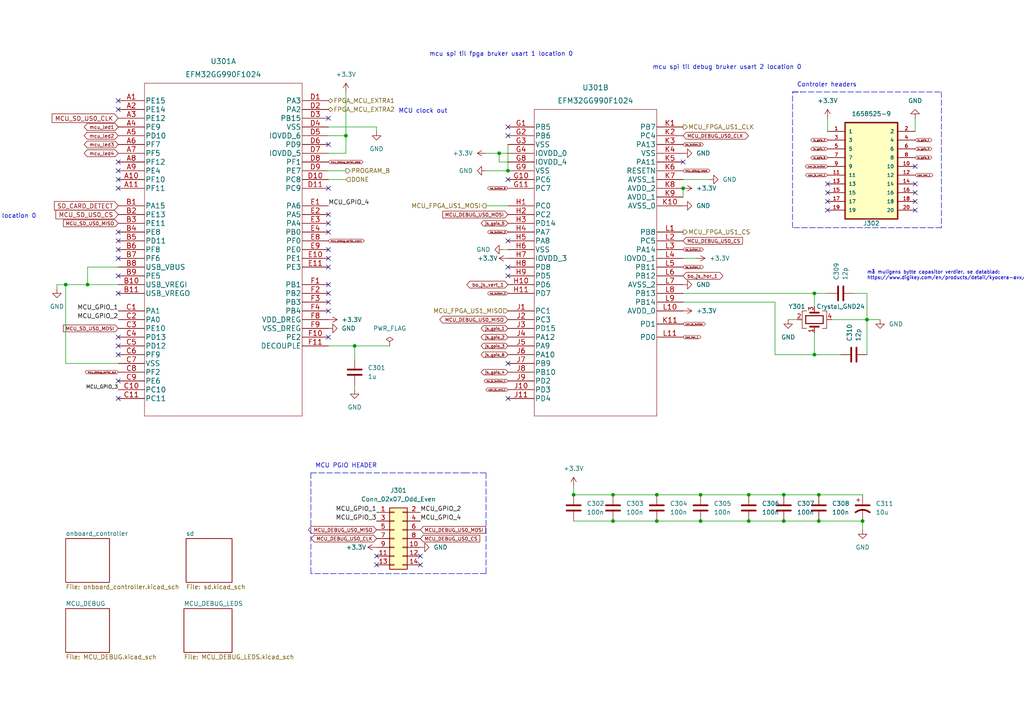
<source format=kicad_sch>
(kicad_sch (version 20211123) (generator eeschema)
  (paper "A4")
  (lib_symbols
    (symbol "1658525-9:1658525-9" (pin_names (offset 1.016))
      (property "Reference" "J" (at -7.62 13.97 0))
      (property "Value" "1658525-9" (at -7.62 -19.05 0))
      (symbol "1658525-9_0_0"
        (rectangle (start -7.62 -15.24) (end 7.62 12.7) (stroke (width 0.4064)) (fill (type background)))
        (pin passive line (at -12.7 10.16 0) (length 5.08) (name "1") (number "1"))
        (pin passive line (at 12.7 0 180) (length 5.08) (name "10") (number "10"))
        (pin passive line (at -12.7 -2.54 0) (length 5.08) (name "11") (number "11"))
        (pin passive line (at 12.7 -2.54 180) (length 5.08) (name "12") (number "12"))
        (pin passive line (at -12.7 -5.08 0) (length 5.08) (name "13") (number "13"))
        (pin passive line (at 12.7 -5.08 180) (length 5.08) (name "14") (number "14"))
        (pin passive line (at -12.7 -7.62 0) (length 5.08) (name "15") (number "15"))
        (pin passive line (at 12.7 -7.62 180) (length 5.08) (name "16") (number "16"))
        (pin passive line (at -12.7 -10.16 0) (length 5.08) (name "17") (number "17"))
        (pin passive line (at 12.7 -10.16 180) (length 5.08) (name "18") (number "18"))
        (pin passive line (at -12.7 -12.7 0) (length 5.08) (name "19") (number "19"))
        (pin passive line (at 12.7 10.16 180) (length 5.08) (name "2") (number "2"))
        (pin passive line (at 12.7 -12.7 180) (length 5.08) (name "20") (number "20"))
        (pin passive line (at -12.7 7.62 0) (length 5.08) (name "3") (number "3"))
        (pin passive line (at 12.7 7.62 180) (length 5.08) (name "4") (number "4"))
        (pin passive line (at -12.7 5.08 0) (length 5.08) (name "5") (number "5"))
        (pin passive line (at 12.7 5.08 180) (length 5.08) (name "6") (number "6"))
        (pin passive line (at -12.7 2.54 0) (length 5.08) (name "7") (number "7"))
        (pin passive line (at 12.7 2.54 180) (length 5.08) (name "8") (number "8"))
        (pin passive line (at -12.7 0 0) (length 5.08) (name "9") (number "9"))
      )
    )
    (symbol "2022-09-13_15-05-51:EFM32GG990F1024" (pin_names (offset 0.254))
      (property "Reference" "U" (at 30.48 10.16 0))
      (property "Value" "EFM32GG990F1024" (at 30.48 7.62 0))
      (symbol "EFM32GG990F1024_1_1"
        (polyline (pts (xy 7.62 -91.44) (xy 53.34 -91.44)) (stroke (width 0.127)))
        (polyline (pts (xy 7.62 5.08) (xy 7.62 -91.44)) (stroke (width 0.127)))
        (polyline (pts (xy 53.34 -91.44) (xy 53.34 5.08)) (stroke (width 0.127)))
        (polyline (pts (xy 53.34 5.08) (xy 7.62 5.08)) (stroke (width 0.127)))
        (pin bidirectional line (at 0 0 0) (length 7.62) (name "PE15") (number "A1"))
        (pin bidirectional line (at 0 -22.86 0) (length 7.62) (name "PF10") (number "A10"))
        (pin bidirectional line (at 0 -25.4 0) (length 7.62) (name "PF11") (number "A11"))
        (pin bidirectional line (at 0 -2.54 0) (length 7.62) (name "PE14") (number "A2"))
        (pin bidirectional line (at 0 -5.08 0) (length 7.62) (name "PE12") (number "A3"))
        (pin bidirectional line (at 0 -7.62 0) (length 7.62) (name "PE9") (number "A4"))
        (pin bidirectional line (at 0 -10.16 0) (length 7.62) (name "PD10") (number "A5"))
        (pin bidirectional line (at 0 -12.7 0) (length 7.62) (name "PF7") (number "A6"))
        (pin bidirectional line (at 0 -15.24 0) (length 7.62) (name "PF5") (number "A7"))
        (pin bidirectional line (at 0 -17.78 0) (length 7.62) (name "PF12") (number "A8"))
        (pin bidirectional line (at 0 -20.32 0) (length 7.62) (name "PE4") (number "A9"))
        (pin bidirectional line (at 0 -30.48 0) (length 7.62) (name "PA15") (number "B1"))
        (pin input line (at 0 -53.34 0) (length 7.62) (name "USB_VREGI") (number "B10"))
        (pin output line (at 0 -55.88 0) (length 7.62) (name "USB_VREGO") (number "B11"))
        (pin bidirectional line (at 0 -33.02 0) (length 7.62) (name "PE13") (number "B2"))
        (pin bidirectional line (at 0 -35.56 0) (length 7.62) (name "PE11") (number "B3"))
        (pin bidirectional line (at 0 -38.1 0) (length 7.62) (name "PE8") (number "B4"))
        (pin bidirectional line (at 0 -40.64 0) (length 7.62) (name "PD11") (number "B5"))
        (pin bidirectional line (at 0 -43.18 0) (length 7.62) (name "PF8") (number "B6"))
        (pin bidirectional line (at 0 -45.72 0) (length 7.62) (name "PF6") (number "B7"))
        (pin input line (at 0 -48.26 0) (length 7.62) (name "USB_VBUS") (number "B8"))
        (pin bidirectional line (at 0 -50.8 0) (length 7.62) (name "PE5") (number "B9"))
        (pin bidirectional line (at 0 -60.96 0) (length 7.62) (name "PA1") (number "C1"))
        (pin bidirectional line (at 0 -83.82 0) (length 7.62) (name "PC10") (number "C10"))
        (pin bidirectional line (at 0 -86.36 0) (length 7.62) (name "PC11") (number "C11"))
        (pin bidirectional line (at 0 -63.5 0) (length 7.62) (name "PA0") (number "C2"))
        (pin bidirectional line (at 0 -66.04 0) (length 7.62) (name "PE10") (number "C3"))
        (pin bidirectional line (at 0 -68.58 0) (length 7.62) (name "PD13") (number "C4"))
        (pin bidirectional line (at 0 -71.12 0) (length 7.62) (name "PD12") (number "C5"))
        (pin bidirectional line (at 0 -73.66 0) (length 7.62) (name "PF9") (number "C6"))
        (pin power_in line (at 0 -76.2 0) (length 7.62) (name "VSS") (number "C7"))
        (pin bidirectional line (at 0 -78.74 0) (length 7.62) (name "PF2") (number "C8"))
        (pin bidirectional line (at 0 -81.28 0) (length 7.62) (name "PE6") (number "C9"))
        (pin bidirectional line (at 60.96 0 180) (length 7.62) (name "PA3") (number "D1"))
        (pin bidirectional line (at 60.96 -22.86 180) (length 7.62) (name "PC8") (number "D10"))
        (pin bidirectional line (at 60.96 -25.4 180) (length 7.62) (name "PC9") (number "D11"))
        (pin bidirectional line (at 60.96 -2.54 180) (length 7.62) (name "PA2") (number "D2"))
        (pin bidirectional line (at 60.96 -5.08 180) (length 7.62) (name "PB15") (number "D3"))
        (pin power_in line (at 60.96 -7.62 180) (length 7.62) (name "VSS") (number "D4"))
        (pin power_in line (at 60.96 -10.16 180) (length 7.62) (name "IOVDD_6") (number "D5"))
        (pin bidirectional line (at 60.96 -12.7 180) (length 7.62) (name "PD9") (number "D6"))
        (pin power_in line (at 60.96 -15.24 180) (length 7.62) (name "IOVDD_5") (number "D7"))
        (pin bidirectional line (at 60.96 -17.78 180) (length 7.62) (name "PF1") (number "D8"))
        (pin bidirectional line (at 60.96 -20.32 180) (length 7.62) (name "PE7") (number "D9"))
        (pin bidirectional line (at 60.96 -30.48 180) (length 7.62) (name "PA6") (number "E1"))
        (pin bidirectional line (at 60.96 -45.72 180) (length 7.62) (name "PE1") (number "E10"))
        (pin bidirectional line (at 60.96 -48.26 180) (length 7.62) (name "PE3") (number "E11"))
        (pin bidirectional line (at 60.96 -33.02 180) (length 7.62) (name "PA5") (number "E2"))
        (pin bidirectional line (at 60.96 -35.56 180) (length 7.62) (name "PA4") (number "E3"))
        (pin bidirectional line (at 60.96 -38.1 180) (length 7.62) (name "PB0") (number "E4"))
        (pin bidirectional line (at 60.96 -40.64 180) (length 7.62) (name "PF0") (number "E8"))
        (pin bidirectional line (at 60.96 -43.18 180) (length 7.62) (name "PE0") (number "E9"))
        (pin bidirectional line (at 60.96 -53.34 180) (length 7.62) (name "PB1") (number "F1"))
        (pin bidirectional line (at 60.96 -68.58 180) (length 7.62) (name "PE2") (number "F10"))
        (pin output line (at 60.96 -71.12 180) (length 7.62) (name "DECOUPLE") (number "F11"))
        (pin bidirectional line (at 60.96 -55.88 180) (length 7.62) (name "PB2") (number "F2"))
        (pin bidirectional line (at 60.96 -58.42 180) (length 7.62) (name "PB3") (number "F3"))
        (pin bidirectional line (at 60.96 -60.96 180) (length 7.62) (name "PB4") (number "F4"))
        (pin power_in line (at 60.96 -63.5 180) (length 7.62) (name "VDD_DREG") (number "F8"))
        (pin power_in line (at 60.96 -66.04 180) (length 7.62) (name "VSS_DREG") (number "F9"))
      )
      (symbol "EFM32GG990F1024_2_1"
        (polyline (pts (xy 7.62 -83.82) (xy 43.18 -83.82)) (stroke (width 0.127)))
        (polyline (pts (xy 7.62 5.08) (xy 7.62 -83.82)) (stroke (width 0.127)))
        (polyline (pts (xy 43.18 -83.82) (xy 43.18 5.08)) (stroke (width 0.127)))
        (polyline (pts (xy 43.18 5.08) (xy 7.62 5.08)) (stroke (width 0.127)))
        (pin bidirectional line (at 0 0 0) (length 7.62) (name "PB5") (number "G1"))
        (pin bidirectional line (at 0 -15.24 0) (length 7.62) (name "PC6") (number "G10"))
        (pin bidirectional line (at 0 -17.78 0) (length 7.62) (name "PC7") (number "G11"))
        (pin bidirectional line (at 0 -2.54 0) (length 7.62) (name "PB6") (number "G2"))
        (pin power_in line (at 0 -5.08 0) (length 7.62) (name "VSS") (number "G3"))
        (pin power_in line (at 0 -7.62 0) (length 7.62) (name "IOVDD_0") (number "G4"))
        (pin power_in line (at 0 -10.16 0) (length 7.62) (name "IOVDD_4") (number "G8"))
        (pin power_in line (at 0 -12.7 0) (length 7.62) (name "VSS") (number "G9"))
        (pin bidirectional line (at 0 -22.86 0) (length 7.62) (name "PC0") (number "H1"))
        (pin bidirectional line (at 0 -45.72 0) (length 7.62) (name "PD6") (number "H10"))
        (pin bidirectional line (at 0 -48.26 0) (length 7.62) (name "PD7") (number "H11"))
        (pin bidirectional line (at 0 -25.4 0) (length 7.62) (name "PC2") (number "H2"))
        (pin bidirectional line (at 0 -27.94 0) (length 7.62) (name "PD14") (number "H3"))
        (pin bidirectional line (at 0 -30.48 0) (length 7.62) (name "PA7") (number "H4"))
        (pin bidirectional line (at 0 -33.02 0) (length 7.62) (name "PA8") (number "H5"))
        (pin power_in line (at 0 -35.56 0) (length 7.62) (name "VSS") (number "H6"))
        (pin power_in line (at 0 -38.1 0) (length 7.62) (name "IOVDD_3") (number "H7"))
        (pin bidirectional line (at 0 -40.64 0) (length 7.62) (name "PD8") (number "H8"))
        (pin bidirectional line (at 0 -43.18 0) (length 7.62) (name "PD5") (number "H9"))
        (pin bidirectional line (at 0 -53.34 0) (length 7.62) (name "PC1") (number "J1"))
        (pin bidirectional line (at 0 -76.2 0) (length 7.62) (name "PD3") (number "J10"))
        (pin bidirectional line (at 0 -78.74 0) (length 7.62) (name "PD4") (number "J11"))
        (pin bidirectional line (at 0 -55.88 0) (length 7.62) (name "PC3") (number "J2"))
        (pin bidirectional line (at 0 -58.42 0) (length 7.62) (name "PD15") (number "J3"))
        (pin bidirectional line (at 0 -60.96 0) (length 7.62) (name "PA12") (number "J4"))
        (pin bidirectional line (at 0 -63.5 0) (length 7.62) (name "PA9") (number "J5"))
        (pin bidirectional line (at 0 -66.04 0) (length 7.62) (name "PA10") (number "J6"))
        (pin bidirectional line (at 0 -68.58 0) (length 7.62) (name "PB9") (number "J7"))
        (pin bidirectional line (at 0 -71.12 0) (length 7.62) (name "PB10") (number "J8"))
        (pin bidirectional line (at 0 -73.66 0) (length 7.62) (name "PD2") (number "J9"))
        (pin bidirectional line (at 50.8 0 180) (length 7.62) (name "PB7") (number "K1"))
        (pin power_in line (at 50.8 -22.86 180) (length 7.62) (name "AVSS_0") (number "K10"))
        (pin bidirectional line (at 50.8 -25.4 180) (length 7.62) (name "PD1") (number "K11"))
        (pin bidirectional line (at 50.8 -2.54 180) (length 7.62) (name "PC4") (number "K2"))
        (pin bidirectional line (at 50.8 -5.08 180) (length 7.62) (name "PA13") (number "K3"))
        (pin power_in line (at 50.8 -7.62 180) (length 7.62) (name "VSS") (number "K4"))
        (pin bidirectional line (at 50.8 -10.16 180) (length 7.62) (name "PA11") (number "K5"))
        (pin input line (at 50.8 -12.7 180) (length 7.62) (name "RESETN") (number "K6"))
        (pin power_in line (at 50.8 -15.24 180) (length 7.62) (name "AVSS_1") (number "K7"))
        (pin power_in line (at 50.8 -17.78 180) (length 7.62) (name "AVDD_2") (number "K8"))
        (pin power_in line (at 50.8 -20.32 180) (length 7.62) (name "AVDD_1") (number "K9"))
        (pin bidirectional line (at 50.8 -30.48 180) (length 7.62) (name "PB8") (number "L1"))
        (pin power_in line (at 50.8 -53.34 180) (length 7.62) (name "AVDD_0") (number "L10"))
        (pin bidirectional line (at 50.8 -55.88 180) (length 7.62) (name "PD0") (number "L11"))
        (pin bidirectional line (at 50.8 -33.02 180) (length 7.62) (name "PC5") (number "L2"))
        (pin bidirectional line (at 50.8 -35.56 180) (length 7.62) (name "PA14") (number "L3"))
        (pin power_in line (at 50.8 -38.1 180) (length 7.62) (name "IOVDD_1") (number "L4"))
        (pin bidirectional line (at 50.8 -40.64 180) (length 7.62) (name "PB11") (number "L5"))
        (pin bidirectional line (at 50.8 -43.18 180) (length 7.62) (name "PB12") (number "L6"))
        (pin power_in line (at 50.8 -45.72 180) (length 7.62) (name "AVSS_2") (number "L7"))
        (pin bidirectional line (at 50.8 -48.26 180) (length 7.62) (name "PB13") (number "L8"))
        (pin bidirectional line (at 50.8 -50.8 180) (length 7.62) (name "PB14") (number "L9"))
      )
    )
    (symbol "Connector_Generic:Conn_02x07_Odd_Even" (pin_names (offset 1.016) hide)
      (property "Reference" "J" (at 1.27 10.16 0))
      (property "Value" "Conn_02x07_Odd_Even" (at 1.27 -10.16 0))
      (symbol "Conn_02x07_Odd_Even_1_1"
        (rectangle (start -1.27 -7.493) (end 0 -7.747) (stroke (width 0.1524)))
        (rectangle (start -1.27 -4.953) (end 0 -5.207) (stroke (width 0.1524)))
        (rectangle (start -1.27 -2.413) (end 0 -2.667) (stroke (width 0.1524)))
        (rectangle (start -1.27 0.127) (end 0 -0.127) (stroke (width 0.1524)))
        (rectangle (start -1.27 2.667) (end 0 2.413) (stroke (width 0.1524)))
        (rectangle (start -1.27 5.207) (end 0 4.953) (stroke (width 0.1524)))
        (rectangle (start -1.27 7.747) (end 0 7.493) (stroke (width 0.1524)))
        (rectangle (start -1.27 8.89) (end 3.81 -8.89) (stroke (width 0.254)) (fill (type background)))
        (rectangle (start 3.81 -7.493) (end 2.54 -7.747) (stroke (width 0.1524)))
        (rectangle (start 3.81 -4.953) (end 2.54 -5.207) (stroke (width 0.1524)))
        (rectangle (start 3.81 -2.413) (end 2.54 -2.667) (stroke (width 0.1524)))
        (rectangle (start 3.81 0.127) (end 2.54 -0.127) (stroke (width 0.1524)))
        (rectangle (start 3.81 2.667) (end 2.54 2.413) (stroke (width 0.1524)))
        (rectangle (start 3.81 5.207) (end 2.54 4.953) (stroke (width 0.1524)))
        (rectangle (start 3.81 7.747) (end 2.54 7.493) (stroke (width 0.1524)))
        (pin passive line (at -5.08 7.62 0) (length 3.81) (name "Pin_1") (number "1"))
        (pin passive line (at 7.62 -2.54 180) (length 3.81) (name "Pin_10") (number "10"))
        (pin passive line (at -5.08 -5.08 0) (length 3.81) (name "Pin_11") (number "11"))
        (pin passive line (at 7.62 -5.08 180) (length 3.81) (name "Pin_12") (number "12"))
        (pin passive line (at -5.08 -7.62 0) (length 3.81) (name "Pin_13") (number "13"))
        (pin passive line (at 7.62 -7.62 180) (length 3.81) (name "Pin_14") (number "14"))
        (pin passive line (at 7.62 7.62 180) (length 3.81) (name "Pin_2") (number "2"))
        (pin passive line (at -5.08 5.08 0) (length 3.81) (name "Pin_3") (number "3"))
        (pin passive line (at 7.62 5.08 180) (length 3.81) (name "Pin_4") (number "4"))
        (pin passive line (at -5.08 2.54 0) (length 3.81) (name "Pin_5") (number "5"))
        (pin passive line (at 7.62 2.54 180) (length 3.81) (name "Pin_6") (number "6"))
        (pin passive line (at -5.08 0 0) (length 3.81) (name "Pin_7") (number "7"))
        (pin passive line (at 7.62 0 180) (length 3.81) (name "Pin_8") (number "8"))
        (pin passive line (at -5.08 -2.54 0) (length 3.81) (name "Pin_9") (number "9"))
      )
    )
    (symbol "Device:C" (pin_numbers hide) (pin_names (offset 0.254))
      (property "Reference" "C" (at 0.635 2.54 0))
      (property "Value" "C" (at 0.635 -2.54 0))
      (symbol "C_0_1"
        (polyline (pts (xy -2.032 -0.762) (xy 2.032 -0.762)) (stroke (width 0.508)))
        (polyline (pts (xy -2.032 0.762) (xy 2.032 0.762)) (stroke (width 0.508)))
      )
      (symbol "C_1_1"
        (pin passive line (at 0 3.81 270) (length 2.794) (name "~") (number "1"))
        (pin passive line (at 0 -3.81 90) (length 2.794) (name "~") (number "2"))
      )
    )
    (symbol "Device:C_Polarized_US" (pin_numbers hide) (pin_names (offset 0.254) hide)
      (property "Reference" "C" (at 0.635 2.54 0))
      (property "Value" "C_Polarized_US" (at 0.635 -2.54 0))
      (symbol "C_Polarized_US_0_1"
        (polyline (pts (xy -2.032 0.762) (xy 2.032 0.762)) (stroke (width 0.508)))
        (polyline (pts (xy -1.778 2.286) (xy -0.762 2.286)))
        (polyline (pts (xy -1.27 1.778) (xy -1.27 2.794)))
        (arc (start 2.032 -1.27) (mid 0 -0.5572) (end -2.032 -1.27) (stroke (width 0.508)))
      )
      (symbol "C_Polarized_US_1_1"
        (pin passive line (at 0 3.81 270) (length 2.794) (name "~") (number "1"))
        (pin passive line (at 0 -3.81 90) (length 3.302) (name "~") (number "2"))
      )
    )
    (symbol "Device:Crystal_GND24" (pin_names (offset 1.016) hide)
      (property "Reference" "Y" (at 3.175 5.08 0))
      (property "Value" "Crystal_GND24" (at 3.175 3.175 0))
      (symbol "Crystal_GND24_0_1"
        (rectangle (start -1.143 2.54) (end 1.143 -2.54) (stroke (width 0.3048)))
        (polyline (pts (xy -2.54 0) (xy -2.032 0)))
        (polyline (pts (xy -2.032 -1.27) (xy -2.032 1.27)) (stroke (width 0.508)))
        (polyline (pts (xy 0 -3.81) (xy 0 -3.556)))
        (polyline (pts (xy 0 3.556) (xy 0 3.81)))
        (polyline (pts (xy 2.032 -1.27) (xy 2.032 1.27)) (stroke (width 0.508)))
        (polyline (pts (xy 2.032 0) (xy 2.54 0)))
        (polyline (pts (xy -2.54 -2.286) (xy -2.54 -3.556) (xy 2.54 -3.556) (xy 2.54 -2.286)))
        (polyline (pts (xy -2.54 2.286) (xy -2.54 3.556) (xy 2.54 3.556) (xy 2.54 2.286)))
      )
      (symbol "Crystal_GND24_1_1"
        (pin passive line (at -3.81 0 0) (length 1.27) (name "1") (number "1"))
        (pin passive line (at 0 5.08 270) (length 1.27) (name "2") (number "2"))
        (pin passive line (at 3.81 0 180) (length 1.27) (name "3") (number "3"))
        (pin passive line (at 0 -5.08 90) (length 1.27) (name "4") (number "4"))
      )
    )
    (symbol "EFM32GG990F1024_1" (pin_names (offset 0.254))
      (property "Reference" "U?" (at 25.4 11.43 0))
      (property "Value" "EFM32GG990F1024_1" (at 25.4 7.62 0))
      (symbol "EFM32GG990F1024_1_1_1"
        (polyline (pts (xy 7.62 -91.44) (xy 53.34 -91.44)) (stroke (width 0.127)))
        (polyline (pts (xy 7.62 5.08) (xy 7.62 -91.44)) (stroke (width 0.127)))
        (polyline (pts (xy 53.34 -91.44) (xy 53.34 5.08)) (stroke (width 0.127)))
        (polyline (pts (xy 53.34 5.08) (xy 7.62 5.08)) (stroke (width 0.127)))
        (pin bidirectional line (at 0 0 0) (length 7.62) (name "PE15") (number "A1"))
        (pin bidirectional line (at 0 -22.86 0) (length 7.62) (name "PF10") (number "A10"))
        (pin bidirectional line (at 0 -25.4 0) (length 7.62) (name "PF11") (number "A11"))
        (pin bidirectional line (at 0 -2.54 0) (length 7.62) (name "PE14") (number "A2"))
        (pin bidirectional line (at 0 -5.08 0) (length 7.62) (name "PE12") (number "A3"))
        (pin bidirectional line (at 0 -7.62 0) (length 7.62) (name "PE9") (number "A4"))
        (pin bidirectional line (at 0 -10.16 0) (length 7.62) (name "PD10") (number "A5"))
        (pin bidirectional line (at 0 -12.7 0) (length 7.62) (name "PF7") (number "A6"))
        (pin bidirectional line (at 0 -15.24 0) (length 7.62) (name "PF5") (number "A7"))
        (pin bidirectional line (at 0 -17.78 0) (length 7.62) (name "PF12") (number "A8"))
        (pin bidirectional line (at 0 -20.32 0) (length 7.62) (name "PE4") (number "A9"))
        (pin bidirectional line (at 0 -30.48 0) (length 7.62) (name "PA15") (number "B1"))
        (pin input line (at 0 -53.34 0) (length 7.62) (name "USB_VREGI") (number "B10"))
        (pin output line (at 0 -55.88 0) (length 7.62) (name "USB_VREGO") (number "B11"))
        (pin bidirectional line (at 0 -33.02 0) (length 7.62) (name "PE13") (number "B2"))
        (pin bidirectional line (at 0 -35.56 0) (length 7.62) (name "PE11") (number "B3"))
        (pin bidirectional line (at 0 -38.1 0) (length 7.62) (name "PE8") (number "B4"))
        (pin bidirectional line (at 0 -40.64 0) (length 7.62) (name "PD11") (number "B5"))
        (pin bidirectional line (at 0 -43.18 0) (length 7.62) (name "PF8") (number "B6"))
        (pin bidirectional line (at 0 -45.72 0) (length 7.62) (name "PF6") (number "B7"))
        (pin input line (at 0 -48.26 0) (length 7.62) (name "USB_VBUS") (number "B8"))
        (pin bidirectional line (at 0 -50.8 0) (length 7.62) (name "PE5") (number "B9"))
        (pin bidirectional line (at 0 -60.96 0) (length 7.62) (name "PA1") (number "C1"))
        (pin bidirectional line (at 0 -83.82 0) (length 7.62) (name "PC10") (number "C10"))
        (pin bidirectional line (at 0 -86.36 0) (length 7.62) (name "PC11") (number "C11"))
        (pin bidirectional line (at 0 -63.5 0) (length 7.62) (name "PA0") (number "C2"))
        (pin bidirectional line (at 0 -66.04 0) (length 7.62) (name "PE10") (number "C3"))
        (pin bidirectional line (at 0 -68.58 0) (length 7.62) (name "PD13") (number "C4"))
        (pin bidirectional line (at 0 -71.12 0) (length 7.62) (name "PD12") (number "C5"))
        (pin bidirectional line (at 0 -73.66 0) (length 7.62) (name "PF9") (number "C6"))
        (pin power_in line (at 0 -76.2 0) (length 7.62) (name "VSS") (number "C7"))
        (pin bidirectional line (at 0 -78.74 0) (length 7.62) (name "PF2") (number "C8"))
        (pin bidirectional line (at 0 -81.28 0) (length 7.62) (name "PE6") (number "C9"))
        (pin bidirectional line (at 60.96 0 180) (length 7.62) (name "PA3") (number "D1"))
        (pin bidirectional line (at 60.96 -22.86 180) (length 7.62) (name "PC8") (number "D10"))
        (pin bidirectional line (at 60.96 -25.4 180) (length 7.62) (name "PC9") (number "D11"))
        (pin bidirectional line (at 60.96 -2.54 180) (length 7.62) (name "PA2") (number "D2"))
        (pin bidirectional line (at 60.96 -5.08 180) (length 7.62) (name "PB15") (number "D3"))
        (pin power_in line (at 60.96 -7.62 180) (length 7.62) (name "VSS") (number "D4"))
        (pin power_in line (at 60.96 -10.16 180) (length 7.62) (name "IOVDD_6") (number "D5"))
        (pin bidirectional line (at 60.96 -12.7 180) (length 7.62) (name "PD9") (number "D6"))
        (pin power_in line (at 60.96 -15.24 180) (length 7.62) (name "IOVDD_5") (number "D7"))
        (pin bidirectional line (at 60.96 -17.78 180) (length 7.62) (name "PF1") (number "D8"))
        (pin bidirectional line (at 60.96 -20.32 180) (length 7.62) (name "PE7") (number "D9"))
        (pin bidirectional line (at 60.96 -30.48 180) (length 7.62) (name "PA6") (number "E1"))
        (pin bidirectional line (at 60.96 -45.72 180) (length 7.62) (name "PE1") (number "E10"))
        (pin bidirectional line (at 60.96 -48.26 180) (length 7.62) (name "PE3") (number "E11"))
        (pin bidirectional line (at 60.96 -33.02 180) (length 7.62) (name "PA5") (number "E2"))
        (pin bidirectional line (at 60.96 -35.56 180) (length 7.62) (name "PA4") (number "E3"))
        (pin bidirectional line (at 60.96 -38.1 180) (length 7.62) (name "PB0") (number "E4"))
        (pin bidirectional line (at 60.96 -40.64 180) (length 7.62) (name "PF0") (number "E8"))
        (pin bidirectional line (at 60.96 -43.18 180) (length 7.62) (name "PE0") (number "E9"))
        (pin bidirectional line (at 60.96 -53.34 180) (length 7.62) (name "PB1") (number "F1"))
        (pin bidirectional line (at 60.96 -68.58 180) (length 7.62) (name "PE2") (number "F10"))
        (pin output line (at 60.96 -71.12 180) (length 7.62) (name "DECOUPLE") (number "F11"))
        (pin bidirectional line (at 60.96 -55.88 180) (length 7.62) (name "PB2") (number "F2"))
        (pin bidirectional line (at 60.96 -58.42 180) (length 7.62) (name "PB3") (number "F3"))
        (pin bidirectional line (at 60.96 -60.96 180) (length 7.62) (name "PB4") (number "F4"))
        (pin power_in line (at 60.96 -63.5 180) (length 7.62) (name "VDD_DREG") (number "F8"))
        (pin power_in line (at 60.96 -66.04 180) (length 7.62) (name "VSS_DREG") (number "F9"))
      )
      (symbol "EFM32GG990F1024_1_2_1"
        (polyline (pts (xy 7.62 -83.82) (xy 43.18 -83.82)) (stroke (width 0.127)))
        (polyline (pts (xy 7.62 5.08) (xy 7.62 -83.82)) (stroke (width 0.127)))
        (polyline (pts (xy 43.18 -83.82) (xy 43.18 5.08)) (stroke (width 0.127)))
        (polyline (pts (xy 43.18 5.08) (xy 7.62 5.08)) (stroke (width 0.127)))
        (pin bidirectional line (at 0 0 0) (length 7.62) (name "PB5") (number "G1"))
        (pin bidirectional line (at 0 -15.24 0) (length 7.62) (name "PC6") (number "G10"))
        (pin bidirectional line (at 0 -17.78 0) (length 7.62) (name "PC7") (number "G11"))
        (pin bidirectional line (at 0 -2.54 0) (length 7.62) (name "PB6") (number "G2"))
        (pin power_in line (at 0 -5.08 0) (length 7.62) (name "VSS") (number "G3"))
        (pin power_in line (at 0 -7.62 0) (length 7.62) (name "IOVDD_0") (number "G4"))
        (pin power_in line (at 0 -10.16 0) (length 7.62) (name "IOVDD_4") (number "G8"))
        (pin power_in line (at 0 -12.7 0) (length 7.62) (name "VSS") (number "G9"))
        (pin bidirectional line (at 0 -22.86 0) (length 7.62) (name "PC0") (number "H1"))
        (pin bidirectional line (at 0 -45.72 0) (length 7.62) (name "PD6") (number "H10"))
        (pin bidirectional line (at 0 -48.26 0) (length 7.62) (name "PD7") (number "H11"))
        (pin bidirectional line (at 0 -25.4 0) (length 7.62) (name "PC2") (number "H2"))
        (pin bidirectional line (at 0 -27.94 0) (length 7.62) (name "PD14") (number "H3"))
        (pin bidirectional line (at 0 -30.48 0) (length 7.62) (name "PA7") (number "H4"))
        (pin bidirectional line (at 0 -33.02 0) (length 7.62) (name "PA8") (number "H5"))
        (pin power_in line (at 0 -35.56 0) (length 7.62) (name "VSS") (number "H6"))
        (pin power_in line (at 0 -38.1 0) (length 7.62) (name "IOVDD_3") (number "H7"))
        (pin bidirectional line (at 0 -40.64 0) (length 7.62) (name "PD8") (number "H8"))
        (pin bidirectional line (at 0 -43.18 0) (length 7.62) (name "PD5") (number "H9"))
        (pin bidirectional line (at 0 -53.34 0) (length 7.62) (name "PC1") (number "J1"))
        (pin bidirectional line (at 0 -76.2 0) (length 7.62) (name "PD3") (number "J10"))
        (pin bidirectional line (at 0 -78.74 0) (length 7.62) (name "PD4") (number "J11"))
        (pin bidirectional line (at 0 -55.88 0) (length 7.62) (name "PC3") (number "J2"))
        (pin bidirectional line (at 0 -58.42 0) (length 7.62) (name "PD15") (number "J3"))
        (pin bidirectional line (at 0 -60.96 0) (length 7.62) (name "PA12") (number "J4"))
        (pin bidirectional line (at 0 -63.5 0) (length 7.62) (name "PA9") (number "J5"))
        (pin bidirectional line (at 0 -66.04 0) (length 7.62) (name "PA10") (number "J6"))
        (pin bidirectional line (at 0 -68.58 0) (length 7.62) (name "PB9") (number "J7"))
        (pin bidirectional line (at 0 -71.12 0) (length 7.62) (name "PB10") (number "J8"))
        (pin bidirectional line (at 0 -73.66 0) (length 7.62) (name "PD2") (number "J9"))
        (pin bidirectional line (at 50.8 0 180) (length 7.62) (name "PB7") (number "K1"))
        (pin power_in line (at 50.8 -22.86 180) (length 7.62) (name "AVSS_0") (number "K10"))
        (pin bidirectional line (at 50.8 -57.15 180) (length 7.62) (name "PD1") (number "K11"))
        (pin bidirectional line (at 50.8 -2.54 180) (length 7.62) (name "PC4") (number "K2"))
        (pin bidirectional line (at 50.8 -5.08 180) (length 7.62) (name "PA13") (number "K3"))
        (pin power_in line (at 50.8 -7.62 180) (length 7.62) (name "VSS") (number "K4"))
        (pin bidirectional line (at 50.8 -10.16 180) (length 7.62) (name "PA11") (number "K5"))
        (pin input line (at 50.8 -12.7 180) (length 7.62) (name "RESETN") (number "K6"))
        (pin power_in line (at 50.8 -15.24 180) (length 7.62) (name "AVSS_1") (number "K7"))
        (pin power_in line (at 50.8 -17.78 180) (length 7.62) (name "AVDD_2") (number "K8"))
        (pin power_in line (at 50.8 -20.32 180) (length 7.62) (name "AVDD_1") (number "K9"))
        (pin bidirectional line (at 50.8 -30.48 180) (length 7.62) (name "PB8") (number "L1"))
        (pin power_in line (at 50.8 -53.34 180) (length 7.62) (name "AVDD_0") (number "L10"))
        (pin bidirectional line (at 50.8 -60.96 180) (length 7.62) (name "PD0") (number "L11"))
        (pin bidirectional line (at 50.8 -33.02 180) (length 7.62) (name "PC5") (number "L2"))
        (pin bidirectional line (at 50.8 -35.56 180) (length 7.62) (name "PA14") (number "L3"))
        (pin power_in line (at 50.8 -38.1 180) (length 7.62) (name "IOVDD_1") (number "L4"))
        (pin bidirectional line (at 50.8 -40.64 180) (length 7.62) (name "PB11") (number "L5"))
        (pin bidirectional line (at 50.8 -43.18 180) (length 7.62) (name "PB12") (number "L6"))
        (pin power_in line (at 50.8 -45.72 180) (length 7.62) (name "AVSS_2") (number "L7"))
        (pin bidirectional line (at 50.8 -48.26 180) (length 7.62) (name "PB13") (number "L8"))
        (pin bidirectional line (at 50.8 -50.8 180) (length 7.62) (name "PB14") (number "L9"))
      )
    )
    (symbol "power:+3.3V" (power) (pin_names (offset 0))
      (property "Value" "+3.3V" (at 0 3.556 0))
      (symbol "+3.3V_0_1"
        (polyline (pts (xy -0.762 1.27) (xy 0 2.54)))
        (polyline (pts (xy 0 0) (xy 0 2.54)))
        (polyline (pts (xy 0 2.54) (xy 0.762 1.27)))
      )
      (symbol "+3.3V_1_1"
        (pin power_in line (at 0 0 90) (length 0) hide (name "+3.3V") (number "1"))
      )
    )
    (symbol "power:GND" (power) (pin_names (offset 0))
      (property "Value" "GND" (at 0 -3.81 0))
      (symbol "GND_0_1"
        (polyline (pts (xy 0 0) (xy 0 -1.27) (xy 1.27 -1.27) (xy 0 -2.54) (xy -1.27 -1.27) (xy 0 -1.27)))
      )
      (symbol "GND_1_1"
        (pin power_in line (at 0 0 270) (length 0) hide (name "GND") (number "1"))
      )
    )
    (symbol "power:PWR_FLAG" (power) (pin_numbers hide) (pin_names (offset 0) hide)
      (property "Value" "PWR_FLAG" (at 0 3.81 0))
      (symbol "PWR_FLAG_0_0"
        (pin power_out line (at 0 0 90) (length 0) (name "pwr") (number "1"))
      )
      (symbol "PWR_FLAG_0_1"
        (polyline (pts (xy 0 0) (xy 0 1.27) (xy -1.016 1.905) (xy 0 2.54) (xy 1.016 1.905) (xy 0 1.27)))
      )
    )
  )
  (junction (at 19.05 82.55))
  (junction (at 236.22 102.87))
  (junction (at 217.17 151.13))
  (junction (at 237.49 151.13))
  (junction (at 25.4 82.55))
  (junction (at 177.8 143.51))
  (junction (at 102.87 100.33))
  (junction (at 144.78 44.45))
  (junction (at 203.2 143.51))
  (junction (at 236.22 85.09))
  (junction (at 147.32 49.53))
  (junction (at 227.33 143.51))
  (junction (at 217.17 143.51))
  (junction (at 250.19 151.13))
  (junction (at 190.5 143.51))
  (junction (at 100.33 39.37))
  (junction (at 166.37 143.51))
  (junction (at 198.12 54.61))
  (junction (at 251.46 92.71))
  (junction (at 237.49 143.51))
  (junction (at 227.33 151.13))
  (junction (at 190.5 151.13))
  (junction (at 177.8 151.13))
  (junction (at 203.2 151.13))
  (no_connect (at 34.29 102.87))
  (no_connect (at 95.25 82.55))
  (no_connect (at 95.25 62.23))
  (no_connect (at 34.29 74.93))
  (no_connect (at 147.32 69.85))
  (no_connect (at 95.25 72.39))
  (no_connect (at 95.25 74.93))
  (no_connect (at 34.29 52.07))
  (no_connect (at 34.29 29.21))
  (no_connect (at 121.92 161.29))
  (no_connect (at 95.25 97.79))
  (no_connect (at 95.25 90.17))
  (no_connect (at 95.25 87.63))
  (no_connect (at 95.25 85.09))
  (no_connect (at 34.29 110.49))
  (no_connect (at 95.25 34.29))
  (no_connect (at 109.22 163.83))
  (no_connect (at 109.22 161.29))
  (no_connect (at 34.29 85.09))
  (no_connect (at 34.29 54.61))
  (no_connect (at 34.29 31.75))
  (no_connect (at 95.25 54.61))
  (no_connect (at 95.25 41.91))
  (no_connect (at 95.25 67.31))
  (no_connect (at 147.32 80.01))
  (no_connect (at 147.32 77.47))
  (no_connect (at 34.29 49.53))
  (no_connect (at 147.32 36.83))
  (no_connect (at 147.32 39.37))
  (no_connect (at 147.32 52.07))
  (no_connect (at 34.29 69.85))
  (no_connect (at 198.12 46.99))
  (no_connect (at 265.43 48.26))
  (no_connect (at 240.03 60.96))
  (no_connect (at 240.03 58.42))
  (no_connect (at 240.03 55.88))
  (no_connect (at 240.03 53.34))
  (no_connect (at 265.43 53.34))
  (no_connect (at 265.43 55.88))
  (no_connect (at 265.43 58.42))
  (no_connect (at 265.43 60.96))
  (no_connect (at 147.32 115.57))
  (no_connect (at 34.29 100.33))
  (no_connect (at 34.29 115.57))
  (no_connect (at 95.25 64.77))
  (no_connect (at 147.32 105.41))
  (no_connect (at 34.29 67.31))
  (no_connect (at 34.29 72.39))
  (no_connect (at 34.29 80.01))
  (no_connect (at 34.29 97.79))
  (no_connect (at 95.25 77.47))
  (no_connect (at 121.92 163.83))
  (no_connect (at 34.29 46.99))
  (wire (pts (xy 109.22 36.83) (xy 109.22 38.1)))
  (wire (pts (xy 177.8 143.51) (xy 190.5 143.51)))
  (wire (pts (xy 25.4 77.47) (xy 25.4 82.55)))
  (wire (pts (xy 236.22 85.09) (xy 240.03 85.09)))
  (polyline (pts (xy 90.17 137.16) (xy 90.17 166.37)))
  (wire (pts (xy 144.78 46.99) (xy 144.78 44.45)))
  (wire (pts (xy 166.37 143.51) (xy 177.8 143.51)))
  (wire (pts (xy 100.33 26.67) (xy 100.33 39.37)))
  (wire (pts (xy 146.05 72.39) (xy 147.32 72.39)))
  (wire (pts (xy 251.46 85.09) (xy 251.46 92.71)))
  (wire (pts (xy 25.4 82.55) (xy 19.05 82.55)))
  (wire (pts (xy 166.37 140.97) (xy 166.37 143.51)))
  (wire (pts (xy 224.79 87.63) (xy 224.79 102.87)))
  (wire (pts (xy 237.49 151.13) (xy 250.19 151.13)))
  (wire (pts (xy 166.37 151.13) (xy 177.8 151.13)))
  (wire (pts (xy 203.2 151.13) (xy 217.17 151.13)))
  (wire (pts (xy 231.14 92.71) (xy 228.6 92.71)))
  (wire (pts (xy 236.22 102.87) (xy 243.84 102.87)))
  (wire (pts (xy 102.87 111.76) (xy 102.87 113.03)))
  (wire (pts (xy 16.51 82.55) (xy 16.51 83.82)))
  (wire (pts (xy 247.65 85.09) (xy 251.46 85.09)))
  (wire (pts (xy 147.32 41.91) (xy 147.32 49.53)))
  (polyline (pts (xy 134.62 137.16) (xy 140.97 137.16)))
  (wire (pts (xy 201.93 74.93) (xy 198.12 74.93)))
  (polyline (pts (xy 140.97 166.37) (xy 90.17 166.37)))
  (wire (pts (xy 16.51 82.55) (xy 19.05 82.55)))
  (wire (pts (xy 102.87 100.33) (xy 113.03 100.33)))
  (wire (pts (xy 241.3 92.71) (xy 251.46 92.71)))
  (wire (pts (xy 140.97 44.45) (xy 144.78 44.45)))
  (wire (pts (xy 95.25 36.83) (xy 109.22 36.83)))
  (polyline (pts (xy 273.05 26.67) (xy 273.05 66.04)))
  (wire (pts (xy 19.05 82.55) (xy 19.05 105.41)))
  (wire (pts (xy 251.46 92.71) (xy 255.27 92.71)))
  (wire (pts (xy 217.17 143.51) (xy 227.33 143.51)))
  (wire (pts (xy 102.87 100.33) (xy 102.87 104.14)))
  (wire (pts (xy 224.79 102.87) (xy 236.22 102.87)))
  (wire (pts (xy 198.12 52.07) (xy 205.74 52.07)))
  (wire (pts (xy 140.97 49.53) (xy 147.32 49.53)))
  (wire (pts (xy 177.8 151.13) (xy 190.5 151.13)))
  (wire (pts (xy 227.33 143.51) (xy 237.49 143.51)))
  (wire (pts (xy 203.2 143.51) (xy 217.17 143.51)))
  (wire (pts (xy 237.49 143.51) (xy 250.19 143.51)))
  (polyline (pts (xy 229.87 26.67) (xy 232.41 26.67)))
  (wire (pts (xy 236.22 88.9) (xy 236.22 85.09)))
  (polyline (pts (xy 140.97 137.16) (xy 140.97 166.37)))
  (wire (pts (xy 95.25 100.33) (xy 102.87 100.33)))
  (wire (pts (xy 144.78 44.45) (xy 147.32 44.45)))
  (wire (pts (xy 34.29 82.55) (xy 25.4 82.55)))
  (wire (pts (xy 95.25 39.37) (xy 100.33 39.37)))
  (wire (pts (xy 198.12 87.63) (xy 224.79 87.63)))
  (wire (pts (xy 95.25 44.45) (xy 100.33 44.45)))
  (wire (pts (xy 217.17 151.13) (xy 227.33 151.13)))
  (wire (pts (xy 240.03 34.29) (xy 240.03 38.1)))
  (polyline (pts (xy 229.87 66.04) (xy 229.87 26.67)))
  (wire (pts (xy 95.25 49.53) (xy 100.33 49.53)))
  (polyline (pts (xy 229.87 26.67) (xy 273.05 26.67)))
  (wire (pts (xy 250.19 151.13) (xy 250.19 153.67)))
  (wire (pts (xy 34.29 77.47) (xy 25.4 77.47)))
  (wire (pts (xy 198.12 85.09) (xy 236.22 85.09)))
  (wire (pts (xy 34.29 105.41) (xy 19.05 105.41)))
  (wire (pts (xy 236.22 102.87) (xy 236.22 96.52)))
  (wire (pts (xy 190.5 143.51) (xy 203.2 143.51)))
  (wire (pts (xy 198.12 54.61) (xy 198.12 57.15)))
  (polyline (pts (xy 273.05 66.04) (xy 229.87 66.04)))
  (wire (pts (xy 140.97 59.69) (xy 147.32 59.69)))
  (wire (pts (xy 251.46 92.71) (xy 251.46 102.87)))
  (wire (pts (xy 227.33 151.13) (xy 237.49 151.13)))
  (wire (pts (xy 190.5 151.13) (xy 203.2 151.13)))
  (wire (pts (xy 100.33 44.45) (xy 100.33 39.37)))
  (polyline (pts (xy 90.17 137.16) (xy 134.62 137.16)))
  (wire (pts (xy 95.25 52.07) (xy 100.33 52.07)))
  (wire (pts (xy 265.43 34.29) (xy 265.43 38.1)))
  (wire (pts (xy 144.78 46.99) (xy 147.32 46.99)))
  (text "mcu til sd spi bruker usart 0 location 0\n" (at -29.21 63.5 0) (effects (font (size 1.27 1.27)) (justify left bottom)))
  (text "MCU PGIO HEADER" (at 91.44 135.89 0) (effects (font (size 1.27 1.27)) (justify left bottom)))
  (text "mcu spi til debug bruker usart 2 location 0" (at 189.23 20.32 0) (effects (font (size 1.27 1.27)) (justify left bottom)))
  (text "Controler headers" (at 231.14 25.4 0) (effects (font (size 1.27 1.27)) (justify left bottom)))
  (text "må muligens bytte capasitor verdier. se datablad:\nhttps://www.digikey.com/en/products/detail/kyocera-avx/CX3225SB48000D0FFFCC/4896413" (at 251.46 81.28 0) (effects (font (size 1 1)) (justify left bottom)))
  (text "MCU clock out" (at 115.57 33.02 0) (effects (font (size 1.27 1.27)) (justify left bottom)))
  (text "mcu spi til fpga bruker usart 1 location 0" (at 124.46 16.51 0) (effects (font (size 1.27 1.27)) (justify left bottom)))
  (label "MCU_GPIO_4" (at 121.92 151.13 0))
  (label "MCU_GPIO_3" (at 34.29 113.03 180) (effects (font (size 1 1))))
  (label "MCU_GPIO_3" (at 109.22 151.13 180))
  (label "MCU_GPIO_2" (at 34.29 92.71 180))
  (label "MCU_GPIO_1" (at 109.22 148.59 180))
  (label "MCU_GPIO_2" (at 121.92 148.59 0))
  (label "MCU_GPIO_1" (at 34.29 90.17 180))
  (label "MCU_GPIO_4" (at 95.25 59.69 0))
  (global_label "mcu_led1" (shape bidirectional) (at 34.29 36.83 180) (effects (font (size 1 1))) (property "Intersheet References" "${INTERSHEET_REFS}" (effects hide)))
  (global_label "bo_js_button_1" (shape bidirectional) (at 147.32 110.49 180) (effects (font (size 0.5 0.5))) (property "Intersheet References" "${INTERSHEET_REFS}" (effects hide)))
  (global_label "MCU_SD_US0_CS" (shape input) (at 34.29 62.23 180) (property "Intersheet References" "${INTERSHEET_REFS}" (effects hide)))
  (global_label "mcu_led3" (shape bidirectional) (at 34.29 41.91 180) (effects (font (size 1 1))) (property "Intersheet References" "${INTERSHEET_REFS}" (effects hide)))
  (global_label "mcu_debug_reset" (shape bidirectional) (at 198.12 49.53 0) (effects (font (size 0.5 0.5))) (property "Intersheet References" "${INTERSHEET_REFS}" (effects hide)))
  (global_label "js_gpio_5" (shape bidirectional) (at 147.32 64.77 180) (effects (font (size 0.8 0.8))) (property "Intersheet References" "${INTERSHEET_REFS}" (effects hide)))
  (global_label "bo_button_2" (shape bidirectional) (at 147.32 85.09 180) (effects (font (size 0.5 0.5))) (property "Intersheet References" "${INTERSHEET_REFS}" (effects hide)))
  (global_label "MCU_SD_US0_CLK" (shape input) (at 34.29 34.29 180) (property "Intersheet References" "${INTERSHEET_REFS}" (effects hide)))
  (global_label "js_gpio_2" (shape bidirectional) (at 147.32 97.79 180) (effects (font (size 0.8 0.8))) (property "Intersheet References" "${INTERSHEET_REFS}" (effects hide)))
  (global_label "MCU_DEBUG_US0_CLK" (shape bidirectional) (at 109.22 156.21 180) (effects (font (size 1 1))) (property "Intersheet References" "${INTERSHEET_REFS}" (effects hide)))
  (global_label "mcu_debug_serial_data" (shape bidirectional) (at 95.25 46.99 0) (effects (font (size 0.5 0.5))) (property "Intersheet References" "${INTERSHEET_REFS}" (effects hide)))
  (global_label "js_gpio_1" (shape bidirectional) (at 265.43 40.64 0) (effects (font (size 0.5 0.5))) (property "Intersheet References" "${INTERSHEET_REFS}" (effects hide)))
  (global_label "bo_button_3" (shape bidirectional) (at 147.32 67.31 180) (effects (font (size 0.5 0.5))) (property "Intersheet References" "${INTERSHEET_REFS}" (effects hide)))
  (global_label "mcu_led4" (shape bidirectional) (at 34.29 44.45 180) (effects (font (size 1 1))) (property "Intersheet References" "${INTERSHEET_REFS}" (effects hide)))
  (global_label "con_js_button" (shape bidirectional) (at 198.12 93.98 0) (effects (font (size 0.5 0.5))) (property "Intersheet References" "${INTERSHEET_REFS}" (effects hide)))
  (global_label "bo_js_hor_1" (shape bidirectional) (at 198.12 80.01 0) (effects (font (size 1 1))) (property "Intersheet References" "${INTERSHEET_REFS}" (effects hide)))
  (global_label "bo_js_vert_1" (shape bidirectional) (at 147.32 82.55 180) (effects (font (size 1 1))) (property "Intersheet References" "${INTERSHEET_REFS}" (effects hide)))
  (global_label "js_gpio_4" (shape bidirectional) (at 240.03 43.18 180) (effects (font (size 0.5 0.5))) (property "Intersheet References" "${INTERSHEET_REFS}" (effects hide)))
  (global_label "mcu_debug_serial_clock" (shape bidirectional) (at 95.25 69.85 0) (effects (font (size 0.5 0.5))) (property "Intersheet References" "${INTERSHEET_REFS}" (effects hide)))
  (global_label "mcu_debug_serial_out" (shape bidirectional) (at 34.29 107.95 180) (effects (font (size 0.5 0.5))) (property "Intersheet References" "${INTERSHEET_REFS}" (effects hide)))
  (global_label "MCU_DEBUG_US0_MOSI" (shape input) (at 121.92 153.67 0) (effects (font (size 1 1))) (property "Intersheet References" "${INTERSHEET_REFS}" (effects hide)))
  (global_label "js_gpio_3" (shape bidirectional) (at 147.32 100.33 180) (effects (font (size 0.8 0.8))) (property "Intersheet References" "${INTERSHEET_REFS}" (effects hide)))
  (global_label "bo_button_4" (shape bidirectional) (at 198.12 77.47 0) (effects (font (size 0.5 0.5))) (property "Intersheet References" "${INTERSHEET_REFS}" (effects hide)))
  (global_label "bo_button_6" (shape bidirectional) (at 147.32 54.61 180) (effects (font (size 0.5 0.5))) (property "Intersheet References" "${INTERSHEET_REFS}" (effects hide)))
  (global_label "SD_CARD_DETECT" (shape input) (at 34.29 59.69 180) (property "Intersheet References" "${INTERSHEET_REFS}" (effects hide)))
  (global_label "con_js_vert_1" (shape bidirectional) (at 240.03 50.8 180) (effects (font (size 0.5 0.5))) (property "Intersheet References" "${INTERSHEET_REFS}" (effects hide)))
  (global_label "MCU_SD_US0_MOSI" (shape input) (at 34.29 95.25 180) (effects (font (size 1 1))) (property "Intersheet References" "${INTERSHEET_REFS}" (effects hide)))
  (global_label "js_gpio_2" (shape bidirectional) (at 240.03 40.64 180) (effects (font (size 0.5 0.5))) (property "Intersheet References" "${INTERSHEET_REFS}" (effects hide)))
  (global_label "js_gpio_1" (shape bidirectional) (at 147.32 95.25 180) (effects (font (size 0.8 0.8))) (property "Intersheet References" "${INTERSHEET_REFS}" (effects hide)))
  (global_label "MCU_DEBUG_US0_CS" (shape input) (at 198.12 69.85 0) (effects (font (size 1 1))) (property "Intersheet References" "${INTERSHEET_REFS}" (effects hide)))
  (global_label "js_gpio_6" (shape bidirectional) (at 240.03 45.72 180) (effects (font (size 0.5 0.5))) (property "Intersheet References" "${INTERSHEET_REFS}" (effects hide)))
  (global_label "con_js_vert_1" (shape bidirectional) (at 147.32 113.03 180) (effects (font (size 0.5 0.5))) (property "Intersheet References" "${INTERSHEET_REFS}" (effects hide)))
  (global_label "mcu_led2" (shape bidirectional) (at 34.29 39.37 180) (effects (font (size 1 1))) (property "Intersheet References" "${INTERSHEET_REFS}" (effects hide)))
  (global_label "con_js_button" (shape bidirectional) (at 240.03 48.26 180) (effects (font (size 0.5 0.5))) (property "Intersheet References" "${INTERSHEET_REFS}" (effects hide)))
  (global_label "bo_button_5" (shape bidirectional) (at 198.12 41.91 0) (effects (font (size 0.5 0.5))) (property "Intersheet References" "${INTERSHEET_REFS}" (effects hide)))
  (global_label "MCU_DEBUG_US0_MISO" (shape bidirectional) (at 109.22 153.67 180) (effects (font (size 1 1))) (property "Intersheet References" "${INTERSHEET_REFS}" (effects hide)))
  (global_label "con_hor_1" (shape bidirectional) (at 198.12 97.79 0) (effects (font (size 0.5 0.5))) (property "Intersheet References" "${INTERSHEET_REFS}" (effects hide)))
  (global_label "js_gpio_5" (shape bidirectional) (at 265.43 45.72 0) (effects (font (size 0.5 0.5))) (property "Intersheet References" "${INTERSHEET_REFS}" (effects hide)))
  (global_label "js_gpio_6" (shape bidirectional) (at 147.32 102.87 180) (effects (font (size 0.8 0.8))) (property "Intersheet References" "${INTERSHEET_REFS}" (effects hide)))
  (global_label "MCU_DEBUG_US0_MISO" (shape bidirectional) (at 147.32 92.71 180) (effects (font (size 1 1))) (property "Intersheet References" "${INTERSHEET_REFS}" (effects hide)))
  (global_label "bo_button_1" (shape bidirectional) (at 198.12 72.39 0) (effects (font (size 0.5 0.5))) (property "Intersheet References" "${INTERSHEET_REFS}" (effects hide)))
  (global_label "MCU_SD_US0_MISO" (shape input) (at 34.29 64.77 180) (effects (font (size 1 1))) (property "Intersheet References" "${INTERSHEET_REFS}" (effects hide)))
  (global_label "js_gpio_4" (shape bidirectional) (at 147.32 107.95 180) (effects (font (size 0.8 0.8))) (property "Intersheet References" "${INTERSHEET_REFS}" (effects hide)))
  (global_label "MCU_DEBUG_US0_CS" (shape input) (at 121.92 156.21 0) (effects (font (size 1 1))) (property "Intersheet References" "${INTERSHEET_REFS}" (effects hide)))
  (global_label "MCU_DEBUG_US0_CLK" (shape bidirectional) (at 198.12 39.37 0) (effects (font (size 1 1))) (property "Intersheet References" "${INTERSHEET_REFS}" (effects hide)))
  (global_label "js_gpio_3" (shape bidirectional) (at 265.43 43.18 0) (effects (font (size 0.5 0.5))) (property "Intersheet References" "${INTERSHEET_REFS}" (effects hide)))
  (global_label "con_hor_1" (shape bidirectional) (at 265.43 50.8 0) (effects (font (size 0.5 0.5))) (property "Intersheet References" "${INTERSHEET_REFS}" (effects hide)))
  (global_label "MCU_DEBUG_US0_MOSI" (shape input) (at 147.32 62.23 180) (effects (font (size 1 1))) (property "Intersheet References" "${INTERSHEET_REFS}" (effects hide)))
  (hierarchical_label "MCU_FPGA_US1_CLK" (shape output) (at 198.12 36.83 0))
  (hierarchical_label "FPGA_MCU_EXTRA2" (shape bidirectional) (at 95.25 31.75 0))
  (hierarchical_label "FPGA_MCU_EXTRA1" (shape bidirectional) (at 95.25 29.21 0))
  (hierarchical_label "MCU_FPGA_US1_MOSI" (shape output) (at 140.97 59.69 180))
  (hierarchical_label "MCU_FPGA_US1_CS" (shape output) (at 198.12 67.31 0))
  (hierarchical_label "PROGRAM_B" (shape output) (at 100.33 49.53 0))
  (hierarchical_label "DONE" (shape input) (at 100.33 52.07 0))
  (hierarchical_label "MCU_FPGA_US1_MISO" (shape input) (at 147.32 90.17 180))
  (symbol (lib_id "power:GND") (at 146.05 72.39 270) (unit 1)
    (property "Reference" "#PWR0311" (effects hide))
    (property "Value" "GND" (at 142.24 72.3899 90) (effects (justify right)))
  )
  (symbol (lib_id "power:GND") (at 250.19 153.67 0) (unit 1)
    (property "Reference" "#PWR0322" (effects hide))
    (property "Value" "GND" (at 250.19 158.75 0))
  )
  (symbol (lib_id "power:+3.3V") (at 95.25 92.71 270) (unit 1)
    (property "Reference" "#PWR0302" (effects hide))
    (property "Value" "+3.3V" (at 99.06 92.7099 90) (effects (justify left)))
  )
  (symbol (lib_id "power:+3.3V") (at 166.37 140.97 0) (unit 1)
    (property "Reference" "#PWR0313" (effects hide))
    (property "Value" "+3.3V" (at 166.37 135.89 0))
  )
  (symbol (lib_id "power:GND") (at 109.22 38.1 0) (unit 1)
    (property "Reference" "#PWR0306" (effects hide))
    (property "Value" "GND" (at 109.22 43.18 0))
  )
  (symbol (lib_id "power:+3.3V") (at 140.97 44.45 90) (unit 1)
    (property "Reference" "#PWR0309" (effects hide))
    (property "Value" "+3.3V" (at 137.16 44.45 90) (effects (justify left)))
  )
  (symbol (lib_id "power:+3.3V") (at 198.12 54.61 270) (unit 1)
    (property "Reference" "#PWR0315" (effects hide))
    (property "Value" "+3.3V" (at 201.93 54.6099 90) (effects (justify left)))
  )
  (symbol (lib_id "Device:C") (at 243.84 85.09 90) (unit 1)
    (property "Reference" "C309" (at 242.5699 81.28 0) (effects (justify left)))
    (property "Value" "12p" (at 245.1099 81.28 0) (effects (justify left)))
    (property "Footprint" "Capacitor_SMD:C_0603_1608Metric_Pad1.08x0.95mm_HandSolder" (effects hide))
  )
  (symbol (lib_id "power:+3.3V") (at 147.32 74.93 90) (unit 1)
    (property "Reference" "#PWR0312" (effects hide))
    (property "Value" "+3.3V" (at 138.43 74.93 90) (effects (justify right)))
  )
  (symbol (lib_id "Device:C") (at 217.17 147.32 0) (unit 1)
    (property "Reference" "C306" (at 220.98 146.0499 0) (effects (justify left)))
    (property "Value" "100n" (at 220.98 148.5899 0) (effects (justify left)))
    (property "Footprint" "Capacitor_SMD:C_0805_2012Metric_Pad1.18x1.45mm_HandSolder" (effects hide))
  )
  (symbol (lib_id "Device:C") (at 227.33 147.32 0) (unit 1)
    (property "Reference" "C307" (at 231.14 146.0499 0) (effects (justify left)))
    (property "Value" "100n" (at 231.14 148.5899 0) (effects (justify left)))
    (property "Footprint" "Capacitor_SMD:C_0805_2012Metric_Pad1.18x1.45mm_HandSolder" (effects hide))
  )
  (symbol (lib_id "power:PWR_FLAG") (at 113.03 100.33 0) (unit 1)
    (property "Reference" "#FLG0301" (effects hide))
    (property "Value" "PWR_FLAG" (at 113.03 95.25 0))
  )
  (symbol (lib_id "power:GND") (at 205.74 52.07 90) (unit 1)
    (property "Reference" "#PWR0101" (effects hide))
    (property "Value" "GND" (at 209.55 52.0699 90) (effects (justify right)))
  )
  (symbol (lib_id "power:GND") (at 198.12 44.45 90) (unit 1)
    (property "Reference" "#PWR0314" (effects hide))
    (property "Value" "GND" (at 201.93 44.4499 90) (effects (justify right)))
  )
  (symbol (lib_id "power:GND") (at 198.12 59.69 90) (unit 1)
    (property "Reference" "#PWR0316" (effects hide))
    (property "Value" "GND" (at 201.93 59.6899 90) (effects (justify right)))
  )
  (symbol (lib_id "power:+3.3V") (at 198.12 90.17 270) (unit 1)
    (property "Reference" "#PWR0319" (effects hide))
    (property "Value" "+3.3V" (at 201.93 90.1699 90) (effects (justify left)))
  )
  (symbol (lib_name "EFM32GG990F1024_1") (lib_id "2022-09-13_15-05-51:EFM32GG990F1024") (at 147.32 36.83 0) (unit 2)
    (property "Reference" "U301" (at 172.72 25.4 0) (effects (font (size 1.524 1.524))))
    (property "Value" "EFM32GG990F1024" (at 172.72 29.21 0) (effects (font (size 1.524 1.524))))
    (property "Footprint" "mcu_kicad:EFM32GG990F1024" (effects hide))
  )
  (symbol (lib_id "Device:C") (at 203.2 147.32 0) (unit 1)
    (property "Reference" "C305" (at 207.01 146.0499 0) (effects (justify left)))
    (property "Value" "100n" (at 207.01 148.5899 0) (effects (justify left)))
    (property "Footprint" "Capacitor_SMD:C_0805_2012Metric_Pad1.18x1.45mm_HandSolder" (effects hide))
  )
  (symbol (lib_id "Device:C") (at 166.37 147.32 0) (unit 1)
    (property "Reference" "C302" (at 170.18 146.0499 0) (effects (justify left)))
    (property "Value" "100n" (at 170.18 148.5899 0) (effects (justify left)))
    (property "Footprint" "Capacitor_SMD:C_0805_2012Metric_Pad1.18x1.45mm_HandSolder" (effects hide))
  )
  (symbol (lib_id "power:+3.3V") (at 109.22 158.75 90) (unit 1)
    (property "Reference" "#PWR0117" (effects hide))
    (property "Value" "+3.3V" (at 100.33 158.75 90) (effects (justify right)))
  )
  (symbol (lib_id "Device:C") (at 237.49 147.32 0) (unit 1)
    (property "Reference" "C308" (at 241.3 146.0499 0) (effects (justify left)))
    (property "Value" "100n" (at 241.3 148.5899 0) (effects (justify left)))
    (property "Footprint" "Capacitor_SMD:C_0805_2012Metric_Pad1.18x1.45mm_HandSolder" (effects hide))
  )
  (symbol (lib_id "power:GND") (at 140.97 49.53 270) (unit 1)
    (property "Reference" "#PWR0310" (effects hide))
    (property "Value" "GND" (at 137.16 49.5299 90) (effects (justify right)))
  )
  (symbol (lib_id "power:GND") (at 228.6 92.71 0) (unit 1)
    (property "Reference" "#PWR0320" (effects hide))
    (property "Value" "GND" (at 228.6 97.79 0))
  )
  (symbol (lib_id "Device:C") (at 177.8 147.32 0) (unit 1)
    (property "Reference" "C303" (at 181.61 146.0499 0) (effects (justify left)))
    (property "Value" "100n" (at 181.61 148.5899 0) (effects (justify left)))
    (property "Footprint" "Capacitor_SMD:C_0805_2012Metric_Pad1.18x1.45mm_HandSolder" (effects hide))
  )
  (symbol (lib_id "power:+3.3V") (at 240.03 34.29 0) (unit 1)
    (property "Reference" "#PWR0321" (effects hide))
    (property "Value" "+3.3V" (at 240.03 29.21 0))
  )
  (symbol (lib_id "power:+3.3V") (at 100.33 26.67 0) (unit 1)
    (property "Reference" "#PWR0304" (effects hide))
    (property "Value" "+3.3V" (at 100.33 21.59 0))
  )
  (symbol (lib_id "power:GND") (at 95.25 95.25 90) (unit 1)
    (property "Reference" "#PWR0303" (effects hide))
    (property "Value" "GND" (at 99.06 95.2499 90) (effects (justify right)))
  )
  (symbol (lib_id "2022-09-13_15-05-51:EFM32GG990F1024") (at 34.29 29.21 0) (unit 1)
    (property "Reference" "U301" (at 64.77 17.78 0) (effects (font (size 1.524 1.524))))
    (property "Value" "EFM32GG990F1024" (at 64.77 21.59 0) (effects (font (size 1.524 1.524))))
    (property "Footprint" "mcu_kicad:EFM32GG990F1024" (effects hide))
  )
  (symbol (lib_id "power:GND") (at 16.51 83.82 0) (unit 1)
    (property "Reference" "#PWR0301" (effects hide))
    (property "Value" "GND" (at 16.51 88.9 0))
  )
  (symbol (lib_id "1658525-9:1658525-9") (at 252.73 48.26 0) (unit 1)
    (property "Reference" "J302" (at 252.73 64.77 0))
    (property "Value" "1658525-9" (at 252.73 33.02 0))
    (property "Footprint" "1658525-9-ribbon:TE_1658525-9" (effects hide))
    (property "Comment" "1658525-9" (effects hide))
  )
  (symbol (lib_id "Device:C") (at 102.87 107.95 0) (unit 1)
    (property "Reference" "C301" (at 106.68 106.6799 0) (effects (justify left)))
    (property "Value" "1u" (at 106.68 109.2199 0) (effects (justify left)))
    (property "Footprint" "Capacitor_SMD:C_0805_2012Metric_Pad1.18x1.45mm_HandSolder" (effects hide))
  )
  (symbol (lib_id "power:+3.3V") (at 201.93 74.93 270) (unit 1)
    (property "Reference" "#PWR0317" (effects hide))
    (property "Value" "+3.3V" (at 205.74 74.9299 90) (effects (justify left)))
  )
  (symbol (lib_id "power:GND") (at 121.92 158.75 90) (unit 1)
    (property "Reference" "#PWR0308" (effects hide))
    (property "Value" "GND" (at 125.73 158.7499 90) (effects (justify right)))
  )
  (symbol (lib_id "Device:C") (at 190.5 147.32 0) (unit 1)
    (property "Reference" "C304" (at 194.31 146.0499 0) (effects (justify left)))
    (property "Value" "100n" (at 194.31 148.5899 0) (effects (justify left)))
    (property "Footprint" "Capacitor_SMD:C_0805_2012Metric_Pad1.18x1.45mm_HandSolder" (effects hide))
  )
  (symbol (lib_id "power:GND") (at 102.87 113.03 0) (unit 1)
    (property "Reference" "#PWR0305" (effects hide))
    (property "Value" "GND" (at 102.87 118.11 0))
  )
  (symbol (lib_id "Device:C_Polarized_US") (at 250.19 147.32 0) (unit 1)
    (property "Reference" "C311" (at 254 146.05 0) (effects (justify left)))
    (property "Value" "10u" (at 254 148.59 0) (effects (justify left)))
    (property "Footprint" "Capacitor_SMD:C_0805_2012Metric_Pad1.18x1.45mm_HandSolder" (effects hide))
  )
  (symbol (lib_id "Connector_Generic:Conn_02x07_Odd_Even") (at 114.3 156.21 0) (unit 1)
    (property "Reference" "J301" (at 115.57 142.24 0))
    (property "Value" "Conn_02x07_Odd_Even" (at 115.57 144.78 0))
    (property "Footprint" "Connector_PinHeader_2.54mm:PinHeader_2x07_P2.54mm_Vertical" (effects hide))
  )
  (symbol (lib_id "power:GND") (at 265.43 34.29 0) (mirror x) (unit 1)
    (property "Reference" "#PWR0324" (effects hide))
    (property "Value" "GND" (at 265.43 29.21 0))
  )
  (symbol (lib_id "Device:Crystal_GND24") (at 236.22 92.71 90) (unit 1)
    (property "Reference" "Y301" (at 231.14 88.9 90))
    (property "Value" "Crystal_GND24" (at 243.84 88.9 90))
    (property "Footprint" "oscillator-footprints:OSC_ECS-2520S25-250-FN-TR" (effects hide))
  )
  (symbol (lib_id "Device:C") (at 247.65 102.87 90) (unit 1)
    (property "Reference" "C310" (at 246.3799 99.06 0) (effects (justify left)))
    (property "Value" "12p" (at 248.9199 99.06 0) (effects (justify left)))
    (property "Footprint" "Capacitor_SMD:C_0603_1608Metric_Pad1.08x0.95mm_HandSolder" (effects hide))
  )
  (symbol (lib_id "power:GND") (at 198.12 82.55 90) (unit 1)
    (property "Reference" "#PWR0318" (effects hide))
    (property "Value" "GND" (at 201.93 82.5499 90) (effects (justify right)))
  )
  (symbol (lib_id "power:GND") (at 255.27 92.71 0) (unit 1)
    (property "Reference" "#PWR0323" (effects hide))
    (property "Value" "GND" (at 257.81 93.9799 0) (effects (justify left)))
  )
  (sheet (at 19.05 156.21) (size 12.7 12.7) (stroke (width 0.1524))
    (property "Sheet name" "onboard_controller" (at 19.05 155.4984 0) (effects (justify left bottom)))
    (property "Sheet file" "onboard_controller.kicad_sch" (at 19.05 169.4946 0) (effects (justify left top)))
  )
  (sheet (at 19.05 176.53) (size 12.7 12.7) (stroke (width 0.1524))
    (property "Sheet name" "MCU_DEBUG" (at 19.05 175.8184 0) (effects (justify left bottom)))
    (property "Sheet file" "MCU_DEBUG.kicad_sch" (at 19.05 189.8146 0) (effects (justify left top)))
  )
  (sheet (at 53.975 156.21) (size 13.335 12.7) (stroke (width 0.1524))
    (property "Sheet name" "sd" (at 53.975 155.4984 0) (effects (justify left bottom)))
    (property "Sheet file" "sd.kicad_sch" (at 53.975 169.4946 0) (effects (justify left top)))
  )
  (sheet (at 53.34 176.53) (size 13.97 12.7) (stroke (width 0.1524))
    (property "Sheet name" "MCU_DEBUG_LEDS" (at 53.34 175.8184 0) (effects (justify left bottom)))
    (property "Sheet file" "MCU_DEBUG_LEDS.kicad_sch" (at 53.34 189.8146 0) (effects (justify left top)))
  )
)
</source>
